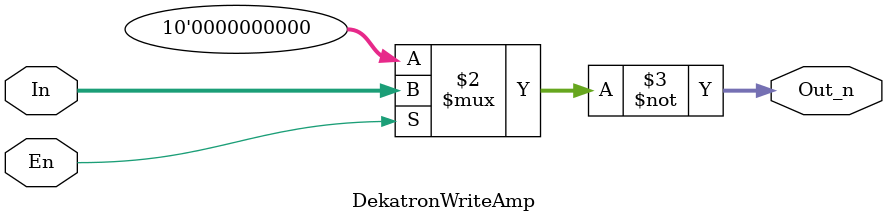
<source format=sv>
module DekatronWriteAmp(
    input wire [9:0] In,
    input wire En,
    output wire [9:0] Out_n
);

always_comb
Out_n = ~(En ? In : 10'b0);

endmodule

</source>
